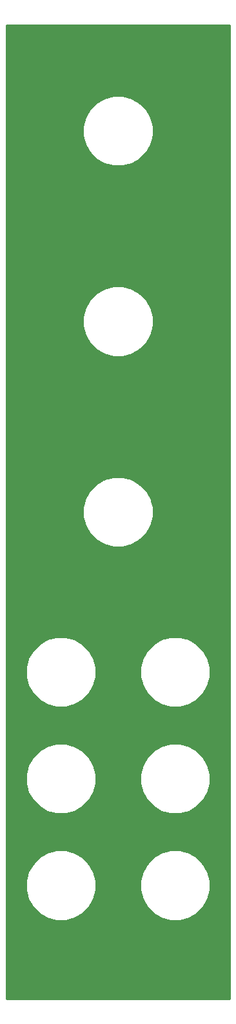
<source format=gtl>
G75*
G70*
%OFA0B0*%
%FSLAX24Y24*%
%IPPOS*%
%LPD*%
%AMOC8*
5,1,8,0,0,1.08239X$1,22.5*
%
%ADD10C,0.0100*%
%ADD11C,0.1660*%
D10*
X000315Y000300D02*
X000315Y050591D01*
X011826Y050591D01*
X011826Y000300D01*
X000315Y000300D01*
X000315Y000347D02*
X011826Y000347D01*
X011826Y000446D02*
X000315Y000446D01*
X000315Y000544D02*
X011826Y000544D01*
X011826Y000643D02*
X000315Y000643D01*
X000315Y000741D02*
X011826Y000741D01*
X011826Y000840D02*
X000315Y000840D01*
X000315Y000938D02*
X011826Y000938D01*
X011826Y001037D02*
X000315Y001037D01*
X000315Y001135D02*
X011826Y001135D01*
X011826Y001234D02*
X000315Y001234D01*
X000315Y001332D02*
X011826Y001332D01*
X011826Y001431D02*
X000315Y001431D01*
X000315Y001529D02*
X011826Y001529D01*
X011826Y001628D02*
X000315Y001628D01*
X000315Y001726D02*
X011826Y001726D01*
X011826Y001825D02*
X000315Y001825D01*
X000315Y001923D02*
X011826Y001923D01*
X011826Y002022D02*
X000315Y002022D01*
X000315Y002120D02*
X011826Y002120D01*
X011826Y002219D02*
X000315Y002219D01*
X000315Y002317D02*
X011826Y002317D01*
X011826Y002416D02*
X000315Y002416D01*
X000315Y002514D02*
X011826Y002514D01*
X011826Y002613D02*
X000315Y002613D01*
X000315Y002711D02*
X011826Y002711D01*
X011826Y002810D02*
X000315Y002810D01*
X000315Y002908D02*
X011826Y002908D01*
X011826Y003007D02*
X000315Y003007D01*
X000315Y003105D02*
X011826Y003105D01*
X011826Y003204D02*
X000315Y003204D01*
X000315Y003302D02*
X011826Y003302D01*
X011826Y003401D02*
X000315Y003401D01*
X000315Y003499D02*
X011826Y003499D01*
X011826Y003598D02*
X000315Y003598D01*
X000315Y003696D02*
X011826Y003696D01*
X011826Y003795D02*
X000315Y003795D01*
X000315Y003893D02*
X011826Y003893D01*
X011826Y003992D02*
X000315Y003992D01*
X000315Y004090D02*
X011826Y004090D01*
X011826Y004189D02*
X000315Y004189D01*
X000315Y004287D02*
X011826Y004287D01*
X011826Y004386D02*
X009468Y004386D01*
X009264Y004331D02*
X009727Y004455D01*
X010143Y004695D01*
X010482Y005034D01*
X010722Y005450D01*
X010847Y005914D01*
X010847Y006394D01*
X010722Y006858D01*
X010482Y007273D01*
X010143Y007613D01*
X009727Y007853D01*
X009264Y007977D01*
X008783Y007977D01*
X008320Y007853D01*
X007904Y007613D01*
X007565Y007273D01*
X007325Y006858D01*
X007200Y006394D01*
X007200Y005914D01*
X007325Y005450D01*
X007565Y005034D01*
X007904Y004695D01*
X008320Y004455D01*
X008783Y004331D01*
X009264Y004331D01*
X009778Y004484D02*
X011826Y004484D01*
X011826Y004583D02*
X009948Y004583D01*
X010119Y004681D02*
X011826Y004681D01*
X011826Y004780D02*
X010228Y004780D01*
X010326Y004878D02*
X011826Y004878D01*
X011826Y004977D02*
X010425Y004977D01*
X010506Y005075D02*
X011826Y005075D01*
X011826Y005174D02*
X010563Y005174D01*
X010620Y005272D02*
X011826Y005272D01*
X011826Y005371D02*
X010676Y005371D01*
X010728Y005469D02*
X011826Y005469D01*
X011826Y005568D02*
X010754Y005568D01*
X010780Y005666D02*
X011826Y005666D01*
X011826Y005765D02*
X010807Y005765D01*
X010833Y005863D02*
X011826Y005863D01*
X011826Y005962D02*
X010847Y005962D01*
X010847Y006060D02*
X011826Y006060D01*
X011826Y006159D02*
X010847Y006159D01*
X010847Y006257D02*
X011826Y006257D01*
X011826Y006356D02*
X010847Y006356D01*
X010831Y006454D02*
X011826Y006454D01*
X011826Y006553D02*
X010804Y006553D01*
X010778Y006651D02*
X011826Y006651D01*
X011826Y006750D02*
X010751Y006750D01*
X010725Y006848D02*
X011826Y006848D01*
X011826Y006947D02*
X010671Y006947D01*
X010614Y007045D02*
X011826Y007045D01*
X011826Y007144D02*
X010557Y007144D01*
X010501Y007242D02*
X011826Y007242D01*
X011826Y007341D02*
X010415Y007341D01*
X010317Y007439D02*
X011826Y007439D01*
X011826Y007538D02*
X010218Y007538D01*
X010103Y007636D02*
X011826Y007636D01*
X011826Y007735D02*
X009932Y007735D01*
X009762Y007833D02*
X011826Y007833D01*
X011826Y007932D02*
X009434Y007932D01*
X009264Y009843D02*
X009727Y009967D01*
X010143Y010207D01*
X010482Y010546D01*
X010722Y010962D01*
X010847Y011426D01*
X010847Y011906D01*
X010722Y012369D01*
X010482Y012785D01*
X010143Y013125D01*
X009727Y013365D01*
X009264Y013489D01*
X008783Y013489D01*
X008320Y013365D01*
X007904Y013125D01*
X007565Y012785D01*
X007325Y012369D01*
X007200Y011906D01*
X007200Y011426D01*
X007325Y010962D01*
X007565Y010546D01*
X007904Y010207D01*
X008320Y009967D01*
X008783Y009843D01*
X009264Y009843D01*
X009484Y009902D02*
X011826Y009902D01*
X011826Y010000D02*
X009785Y010000D01*
X009955Y010099D02*
X011826Y010099D01*
X011826Y010197D02*
X010126Y010197D01*
X010232Y010296D02*
X011826Y010296D01*
X011826Y010394D02*
X010330Y010394D01*
X010429Y010493D02*
X011826Y010493D01*
X011826Y010591D02*
X010508Y010591D01*
X010565Y010690D02*
X011826Y010690D01*
X011826Y010788D02*
X010622Y010788D01*
X010679Y010887D02*
X011826Y010887D01*
X011826Y010985D02*
X010729Y010985D01*
X010755Y011084D02*
X011826Y011084D01*
X011826Y011182D02*
X010781Y011182D01*
X010808Y011281D02*
X011826Y011281D01*
X011826Y011379D02*
X010834Y011379D01*
X010847Y011478D02*
X011826Y011478D01*
X011826Y011576D02*
X010847Y011576D01*
X010847Y011675D02*
X011826Y011675D01*
X011826Y011773D02*
X010847Y011773D01*
X010847Y011872D02*
X011826Y011872D01*
X011826Y011970D02*
X010830Y011970D01*
X010803Y012069D02*
X011826Y012069D01*
X011826Y012167D02*
X010777Y012167D01*
X010750Y012266D02*
X011826Y012266D01*
X011826Y012364D02*
X010724Y012364D01*
X010669Y012463D02*
X011826Y012463D01*
X011826Y012561D02*
X010612Y012561D01*
X010555Y012660D02*
X011826Y012660D01*
X011826Y012758D02*
X010498Y012758D01*
X010411Y012857D02*
X011826Y012857D01*
X011826Y012955D02*
X010313Y012955D01*
X010214Y013054D02*
X011826Y013054D01*
X011826Y013152D02*
X010096Y013152D01*
X009925Y013251D02*
X011826Y013251D01*
X011826Y013349D02*
X009754Y013349D01*
X009418Y013448D02*
X011826Y013448D01*
X011826Y013546D02*
X000315Y013546D01*
X000315Y013448D02*
X002723Y013448D01*
X002878Y013489D02*
X002414Y013365D01*
X001999Y013125D01*
X001659Y012785D01*
X001419Y012369D01*
X001295Y011906D01*
X001295Y011426D01*
X001419Y010962D01*
X001659Y010546D01*
X001999Y010207D01*
X002414Y009967D01*
X002878Y009843D01*
X003358Y009843D01*
X003822Y009967D01*
X004237Y010207D01*
X004577Y010546D01*
X004817Y010962D01*
X004941Y011426D01*
X004941Y011906D01*
X004817Y012369D01*
X004577Y012785D01*
X004237Y013125D01*
X003822Y013365D01*
X003358Y013489D01*
X002878Y013489D01*
X002387Y013349D02*
X000315Y013349D01*
X000315Y013251D02*
X002216Y013251D01*
X002046Y013152D02*
X000315Y013152D01*
X000315Y013054D02*
X001927Y013054D01*
X001829Y012955D02*
X000315Y012955D01*
X000315Y012857D02*
X001730Y012857D01*
X001643Y012758D02*
X000315Y012758D01*
X000315Y012660D02*
X001586Y012660D01*
X001530Y012561D02*
X000315Y012561D01*
X000315Y012463D02*
X001473Y012463D01*
X001418Y012364D02*
X000315Y012364D01*
X000315Y012266D02*
X001391Y012266D01*
X001365Y012167D02*
X000315Y012167D01*
X000315Y012069D02*
X001338Y012069D01*
X001312Y011970D02*
X000315Y011970D01*
X000315Y011872D02*
X001295Y011872D01*
X001295Y011773D02*
X000315Y011773D01*
X000315Y011675D02*
X001295Y011675D01*
X001295Y011576D02*
X000315Y011576D01*
X000315Y011478D02*
X001295Y011478D01*
X001307Y011379D02*
X000315Y011379D01*
X000315Y011281D02*
X001334Y011281D01*
X001360Y011182D02*
X000315Y011182D01*
X000315Y011084D02*
X001386Y011084D01*
X001413Y010985D02*
X000315Y010985D01*
X000315Y010887D02*
X001463Y010887D01*
X001519Y010788D02*
X000315Y010788D01*
X000315Y010690D02*
X001576Y010690D01*
X001633Y010591D02*
X000315Y010591D01*
X000315Y010493D02*
X001713Y010493D01*
X001811Y010394D02*
X000315Y010394D01*
X000315Y010296D02*
X001910Y010296D01*
X002015Y010197D02*
X000315Y010197D01*
X000315Y010099D02*
X002186Y010099D01*
X002357Y010000D02*
X000315Y010000D01*
X000315Y009902D02*
X002658Y009902D01*
X002878Y007977D02*
X002414Y007853D01*
X001999Y007613D01*
X001659Y007273D01*
X001419Y006858D01*
X001295Y006394D01*
X001295Y005914D01*
X001419Y005450D01*
X001659Y005034D01*
X001999Y004695D01*
X002414Y004455D01*
X002878Y004331D01*
X003358Y004331D01*
X003822Y004455D01*
X004237Y004695D01*
X004577Y005034D01*
X004817Y005450D01*
X004941Y005914D01*
X004941Y006394D01*
X004817Y006858D01*
X004577Y007273D01*
X004237Y007613D01*
X003822Y007853D01*
X003358Y007977D01*
X002878Y007977D01*
X002708Y007932D02*
X000315Y007932D01*
X000315Y008030D02*
X011826Y008030D01*
X011826Y008129D02*
X000315Y008129D01*
X000315Y008227D02*
X011826Y008227D01*
X011826Y008326D02*
X000315Y008326D01*
X000315Y008424D02*
X011826Y008424D01*
X011826Y008523D02*
X000315Y008523D01*
X000315Y008621D02*
X011826Y008621D01*
X011826Y008720D02*
X000315Y008720D01*
X000315Y008818D02*
X011826Y008818D01*
X011826Y008917D02*
X000315Y008917D01*
X000315Y009015D02*
X011826Y009015D01*
X011826Y009114D02*
X000315Y009114D01*
X000315Y009212D02*
X011826Y009212D01*
X011826Y009311D02*
X000315Y009311D01*
X000315Y009409D02*
X011826Y009409D01*
X011826Y009508D02*
X000315Y009508D01*
X000315Y009606D02*
X011826Y009606D01*
X011826Y009705D02*
X000315Y009705D01*
X000315Y009803D02*
X011826Y009803D01*
X011826Y013645D02*
X000315Y013645D01*
X000315Y013743D02*
X011826Y013743D01*
X011826Y013842D02*
X000315Y013842D01*
X000315Y013940D02*
X011826Y013940D01*
X011826Y014039D02*
X000315Y014039D01*
X000315Y014137D02*
X011826Y014137D01*
X011826Y014236D02*
X000315Y014236D01*
X000315Y014334D02*
X011826Y014334D01*
X011826Y014433D02*
X000315Y014433D01*
X000315Y014531D02*
X011826Y014531D01*
X011826Y014630D02*
X000315Y014630D01*
X000315Y014728D02*
X011826Y014728D01*
X011826Y014827D02*
X000315Y014827D01*
X000315Y014925D02*
X011826Y014925D01*
X011826Y015024D02*
X000315Y015024D01*
X000315Y015122D02*
X011826Y015122D01*
X011826Y015221D02*
X000315Y015221D01*
X000315Y015319D02*
X011826Y015319D01*
X011826Y015418D02*
X009499Y015418D01*
X009727Y015479D02*
X009264Y015354D01*
X008783Y015354D01*
X008320Y015479D01*
X007904Y015719D01*
X007565Y016058D01*
X007325Y016474D01*
X007200Y016938D01*
X007200Y017418D01*
X007325Y017881D01*
X007565Y018297D01*
X007904Y018637D01*
X008320Y018877D01*
X008783Y019001D01*
X009264Y019001D01*
X009727Y018877D01*
X010143Y018637D01*
X010482Y018297D01*
X010722Y017881D01*
X010847Y017418D01*
X010847Y016938D01*
X010722Y016474D01*
X010482Y016058D01*
X010143Y015719D01*
X009727Y015479D01*
X009792Y015516D02*
X011826Y015516D01*
X011826Y015615D02*
X009963Y015615D01*
X010133Y015713D02*
X011826Y015713D01*
X011826Y015812D02*
X010236Y015812D01*
X010334Y015910D02*
X011826Y015910D01*
X011826Y016009D02*
X010433Y016009D01*
X010511Y016107D02*
X011826Y016107D01*
X011826Y016206D02*
X010568Y016206D01*
X010624Y016304D02*
X011826Y016304D01*
X011826Y016403D02*
X010681Y016403D01*
X010730Y016501D02*
X011826Y016501D01*
X011826Y016600D02*
X010756Y016600D01*
X010783Y016698D02*
X011826Y016698D01*
X011826Y016797D02*
X010809Y016797D01*
X010835Y016895D02*
X011826Y016895D01*
X011826Y016994D02*
X010847Y016994D01*
X010847Y017092D02*
X011826Y017092D01*
X011826Y017191D02*
X010847Y017191D01*
X010847Y017289D02*
X011826Y017289D01*
X011826Y017388D02*
X010847Y017388D01*
X010828Y017486D02*
X011826Y017486D01*
X011826Y017585D02*
X010802Y017585D01*
X010776Y017683D02*
X011826Y017683D01*
X011826Y017782D02*
X010749Y017782D01*
X010723Y017880D02*
X011826Y017880D01*
X011826Y017979D02*
X010666Y017979D01*
X010609Y018077D02*
X011826Y018077D01*
X011826Y018176D02*
X010553Y018176D01*
X010496Y018274D02*
X011826Y018274D01*
X011826Y018373D02*
X010407Y018373D01*
X010308Y018471D02*
X011826Y018471D01*
X011826Y018570D02*
X010210Y018570D01*
X010088Y018668D02*
X011826Y018668D01*
X011826Y018767D02*
X009918Y018767D01*
X009747Y018865D02*
X011826Y018865D01*
X011826Y018964D02*
X009403Y018964D01*
X008645Y018964D02*
X003497Y018964D01*
X003358Y019001D02*
X002878Y019001D01*
X002414Y018877D01*
X001999Y018637D01*
X001659Y018297D01*
X001419Y017881D01*
X001295Y017418D01*
X001295Y016938D01*
X001419Y016474D01*
X001659Y016058D01*
X001999Y015719D01*
X002414Y015479D01*
X002878Y015354D01*
X003358Y015354D01*
X003822Y015479D01*
X004237Y015719D01*
X004577Y016058D01*
X004817Y016474D01*
X004941Y016938D01*
X004941Y017418D01*
X004817Y017881D01*
X004577Y018297D01*
X004237Y018637D01*
X003822Y018877D01*
X003358Y019001D01*
X003842Y018865D02*
X008300Y018865D01*
X008129Y018767D02*
X004012Y018767D01*
X004183Y018668D02*
X007959Y018668D01*
X007837Y018570D02*
X004304Y018570D01*
X004403Y018471D02*
X007739Y018471D01*
X007640Y018373D02*
X004501Y018373D01*
X004590Y018274D02*
X007551Y018274D01*
X007494Y018176D02*
X004647Y018176D01*
X004704Y018077D02*
X007438Y018077D01*
X007381Y017979D02*
X004761Y017979D01*
X004817Y017880D02*
X007324Y017880D01*
X007298Y017782D02*
X004844Y017782D01*
X004870Y017683D02*
X007271Y017683D01*
X007245Y017585D02*
X004896Y017585D01*
X004923Y017486D02*
X007219Y017486D01*
X007200Y017388D02*
X004941Y017388D01*
X004941Y017289D02*
X007200Y017289D01*
X007200Y017191D02*
X004941Y017191D01*
X004941Y017092D02*
X007200Y017092D01*
X007200Y016994D02*
X004941Y016994D01*
X004930Y016895D02*
X007212Y016895D01*
X007238Y016797D02*
X004903Y016797D01*
X004877Y016698D02*
X007264Y016698D01*
X007291Y016600D02*
X004851Y016600D01*
X004824Y016501D02*
X007317Y016501D01*
X007366Y016403D02*
X004776Y016403D01*
X004719Y016304D02*
X007423Y016304D01*
X007479Y016206D02*
X004662Y016206D01*
X004605Y016107D02*
X007536Y016107D01*
X007614Y016009D02*
X004527Y016009D01*
X004429Y015910D02*
X007713Y015910D01*
X007811Y015812D02*
X004330Y015812D01*
X004228Y015713D02*
X007914Y015713D01*
X008084Y015615D02*
X004057Y015615D01*
X003887Y015516D02*
X008255Y015516D01*
X008548Y015418D02*
X003594Y015418D01*
X003513Y013448D02*
X008629Y013448D01*
X008293Y013349D02*
X003849Y013349D01*
X004020Y013251D02*
X008122Y013251D01*
X007951Y013152D02*
X004190Y013152D01*
X004309Y013054D02*
X007833Y013054D01*
X007734Y012955D02*
X004407Y012955D01*
X004506Y012857D02*
X007636Y012857D01*
X007549Y012758D02*
X004593Y012758D01*
X004650Y012660D02*
X007492Y012660D01*
X007435Y012561D02*
X004706Y012561D01*
X004763Y012463D02*
X007378Y012463D01*
X007323Y012364D02*
X004818Y012364D01*
X004845Y012266D02*
X007297Y012266D01*
X007270Y012167D02*
X004871Y012167D01*
X004898Y012069D02*
X007244Y012069D01*
X007218Y011970D02*
X004924Y011970D01*
X004941Y011872D02*
X007200Y011872D01*
X007200Y011773D02*
X004941Y011773D01*
X004941Y011675D02*
X007200Y011675D01*
X007200Y011576D02*
X004941Y011576D01*
X004941Y011478D02*
X007200Y011478D01*
X007213Y011379D02*
X004929Y011379D01*
X004902Y011281D02*
X007239Y011281D01*
X007266Y011182D02*
X004876Y011182D01*
X004850Y011084D02*
X007292Y011084D01*
X007318Y010985D02*
X004823Y010985D01*
X004773Y010887D02*
X007368Y010887D01*
X007425Y010788D02*
X004717Y010788D01*
X004660Y010690D02*
X007482Y010690D01*
X007539Y010591D02*
X004603Y010591D01*
X004523Y010493D02*
X007618Y010493D01*
X007717Y010394D02*
X004425Y010394D01*
X004326Y010296D02*
X007815Y010296D01*
X007921Y010197D02*
X004221Y010197D01*
X004050Y010099D02*
X008092Y010099D01*
X008262Y010000D02*
X003879Y010000D01*
X003578Y009902D02*
X008563Y009902D01*
X008613Y007932D02*
X003528Y007932D01*
X003856Y007833D02*
X008285Y007833D01*
X008115Y007735D02*
X004027Y007735D01*
X004197Y007636D02*
X007944Y007636D01*
X007829Y007538D02*
X004313Y007538D01*
X004411Y007439D02*
X007730Y007439D01*
X007632Y007341D02*
X004510Y007341D01*
X004595Y007242D02*
X007546Y007242D01*
X007490Y007144D02*
X004652Y007144D01*
X004709Y007045D02*
X007433Y007045D01*
X007376Y006947D02*
X004766Y006947D01*
X004820Y006848D02*
X007322Y006848D01*
X007296Y006750D02*
X004846Y006750D01*
X004872Y006651D02*
X007269Y006651D01*
X007243Y006553D02*
X004899Y006553D01*
X004925Y006454D02*
X007216Y006454D01*
X007200Y006356D02*
X004941Y006356D01*
X004941Y006257D02*
X007200Y006257D01*
X007200Y006159D02*
X004941Y006159D01*
X004941Y006060D02*
X007200Y006060D01*
X007200Y005962D02*
X004941Y005962D01*
X004928Y005863D02*
X007214Y005863D01*
X007240Y005765D02*
X004901Y005765D01*
X004875Y005666D02*
X007267Y005666D01*
X007293Y005568D02*
X004848Y005568D01*
X004822Y005469D02*
X007319Y005469D01*
X007371Y005371D02*
X004771Y005371D01*
X004714Y005272D02*
X007427Y005272D01*
X007484Y005174D02*
X004657Y005174D01*
X004600Y005075D02*
X007541Y005075D01*
X007623Y004977D02*
X004519Y004977D01*
X004421Y004878D02*
X007721Y004878D01*
X007820Y004780D02*
X004322Y004780D01*
X004213Y004681D02*
X007928Y004681D01*
X008099Y004583D02*
X004043Y004583D01*
X003872Y004484D02*
X008269Y004484D01*
X008579Y004386D02*
X003563Y004386D01*
X002673Y004386D02*
X000315Y004386D01*
X000315Y004484D02*
X002364Y004484D01*
X002193Y004583D02*
X000315Y004583D01*
X000315Y004681D02*
X002023Y004681D01*
X001914Y004780D02*
X000315Y004780D01*
X000315Y004878D02*
X001815Y004878D01*
X001717Y004977D02*
X000315Y004977D01*
X000315Y005075D02*
X001636Y005075D01*
X001579Y005174D02*
X000315Y005174D01*
X000315Y005272D02*
X001522Y005272D01*
X001465Y005371D02*
X000315Y005371D01*
X000315Y005469D02*
X001414Y005469D01*
X001388Y005568D02*
X000315Y005568D01*
X000315Y005666D02*
X001361Y005666D01*
X001335Y005765D02*
X000315Y005765D01*
X000315Y005863D02*
X001308Y005863D01*
X001295Y005962D02*
X000315Y005962D01*
X000315Y006060D02*
X001295Y006060D01*
X001295Y006159D02*
X000315Y006159D01*
X000315Y006257D02*
X001295Y006257D01*
X001295Y006356D02*
X000315Y006356D01*
X000315Y006454D02*
X001311Y006454D01*
X001337Y006553D02*
X000315Y006553D01*
X000315Y006651D02*
X001364Y006651D01*
X001390Y006750D02*
X000315Y006750D01*
X000315Y006848D02*
X001416Y006848D01*
X001470Y006947D02*
X000315Y006947D01*
X000315Y007045D02*
X001527Y007045D01*
X001584Y007144D02*
X000315Y007144D01*
X000315Y007242D02*
X001641Y007242D01*
X001726Y007341D02*
X000315Y007341D01*
X000315Y007439D02*
X001825Y007439D01*
X001923Y007538D02*
X000315Y007538D01*
X000315Y007636D02*
X002039Y007636D01*
X002209Y007735D02*
X000315Y007735D01*
X000315Y007833D02*
X002380Y007833D01*
X002642Y015418D02*
X000315Y015418D01*
X000315Y015516D02*
X002349Y015516D01*
X002179Y015615D02*
X000315Y015615D01*
X000315Y015713D02*
X002008Y015713D01*
X001906Y015812D02*
X000315Y015812D01*
X000315Y015910D02*
X001807Y015910D01*
X001709Y016009D02*
X000315Y016009D01*
X000315Y016107D02*
X001631Y016107D01*
X001574Y016206D02*
X000315Y016206D01*
X000315Y016304D02*
X001517Y016304D01*
X001460Y016403D02*
X000315Y016403D01*
X000315Y016501D02*
X001412Y016501D01*
X001385Y016600D02*
X000315Y016600D01*
X000315Y016698D02*
X001359Y016698D01*
X001333Y016797D02*
X000315Y016797D01*
X000315Y016895D02*
X001306Y016895D01*
X001295Y016994D02*
X000315Y016994D01*
X000315Y017092D02*
X001295Y017092D01*
X001295Y017191D02*
X000315Y017191D01*
X000315Y017289D02*
X001295Y017289D01*
X001295Y017388D02*
X000315Y017388D01*
X000315Y017486D02*
X001313Y017486D01*
X001340Y017585D02*
X000315Y017585D01*
X000315Y017683D02*
X001366Y017683D01*
X001392Y017782D02*
X000315Y017782D01*
X000315Y017880D02*
X001419Y017880D01*
X001475Y017979D02*
X000315Y017979D01*
X000315Y018077D02*
X001532Y018077D01*
X001589Y018176D02*
X000315Y018176D01*
X000315Y018274D02*
X001646Y018274D01*
X001735Y018373D02*
X000315Y018373D01*
X000315Y018471D02*
X001833Y018471D01*
X001932Y018570D02*
X000315Y018570D01*
X000315Y018668D02*
X002053Y018668D01*
X002224Y018767D02*
X000315Y018767D01*
X000315Y018865D02*
X002394Y018865D01*
X002739Y018964D02*
X000315Y018964D01*
X000315Y019062D02*
X011826Y019062D01*
X011826Y019161D02*
X000315Y019161D01*
X000315Y019259D02*
X011826Y019259D01*
X011826Y019358D02*
X000315Y019358D01*
X000315Y019456D02*
X011826Y019456D01*
X011826Y019555D02*
X000315Y019555D01*
X000315Y019653D02*
X011826Y019653D01*
X011826Y019752D02*
X000315Y019752D01*
X000315Y019850D02*
X011826Y019850D01*
X011826Y019949D02*
X000315Y019949D01*
X000315Y020047D02*
X011826Y020047D01*
X011826Y020146D02*
X000315Y020146D01*
X000315Y020244D02*
X011826Y020244D01*
X011826Y020343D02*
X000315Y020343D01*
X000315Y020441D02*
X011826Y020441D01*
X011826Y020540D02*
X000315Y020540D01*
X000315Y020638D02*
X011826Y020638D01*
X011826Y020737D02*
X000315Y020737D01*
X000315Y020835D02*
X011826Y020835D01*
X011826Y020934D02*
X000315Y020934D01*
X000315Y021032D02*
X011826Y021032D01*
X011826Y021131D02*
X000315Y021131D01*
X000315Y021229D02*
X011826Y021229D01*
X011826Y021328D02*
X000315Y021328D01*
X000315Y021426D02*
X011826Y021426D01*
X011826Y021525D02*
X000315Y021525D01*
X000315Y021623D02*
X011826Y021623D01*
X011826Y021722D02*
X000315Y021722D01*
X000315Y021820D02*
X011826Y021820D01*
X011826Y021919D02*
X000315Y021919D01*
X000315Y022017D02*
X011826Y022017D01*
X011826Y022116D02*
X000315Y022116D01*
X000315Y022214D02*
X011826Y022214D01*
X011826Y022313D02*
X000315Y022313D01*
X000315Y022411D02*
X011826Y022411D01*
X011826Y022510D02*
X000315Y022510D01*
X000315Y022608D02*
X011826Y022608D01*
X011826Y022707D02*
X000315Y022707D01*
X000315Y022805D02*
X011826Y022805D01*
X011826Y022904D02*
X000315Y022904D01*
X000315Y023002D02*
X011826Y023002D01*
X011826Y023101D02*
X000315Y023101D01*
X000315Y023199D02*
X011826Y023199D01*
X011826Y023298D02*
X000315Y023298D01*
X000315Y023396D02*
X011826Y023396D01*
X011826Y023495D02*
X000315Y023495D01*
X000315Y023593D02*
X011826Y023593D01*
X011826Y023692D02*
X006570Y023692D01*
X006775Y023746D02*
X007190Y023986D01*
X007530Y024326D01*
X007770Y024742D01*
X007894Y025205D01*
X007894Y025685D01*
X007770Y026149D01*
X007530Y026565D01*
X007190Y026904D01*
X006775Y027144D01*
X006311Y027269D01*
X005831Y027269D01*
X005367Y027144D01*
X004951Y026904D01*
X004612Y026565D01*
X004372Y026149D01*
X004248Y025685D01*
X004248Y025205D01*
X004372Y024742D01*
X004612Y024326D01*
X004951Y023986D01*
X005367Y023746D01*
X005831Y023622D01*
X006311Y023622D01*
X006775Y023746D01*
X006850Y023790D02*
X011826Y023790D01*
X011826Y023889D02*
X007021Y023889D01*
X007191Y023987D02*
X011826Y023987D01*
X011826Y024086D02*
X007289Y024086D01*
X007388Y024184D02*
X011826Y024184D01*
X011826Y024283D02*
X007486Y024283D01*
X007562Y024381D02*
X011826Y024381D01*
X011826Y024480D02*
X007618Y024480D01*
X007675Y024578D02*
X011826Y024578D01*
X011826Y024677D02*
X007732Y024677D01*
X007779Y024775D02*
X011826Y024775D01*
X011826Y024874D02*
X007805Y024874D01*
X007832Y024972D02*
X011826Y024972D01*
X011826Y025071D02*
X007858Y025071D01*
X007884Y025169D02*
X011826Y025169D01*
X011826Y025268D02*
X007894Y025268D01*
X007894Y025366D02*
X011826Y025366D01*
X011826Y025465D02*
X007894Y025465D01*
X007894Y025563D02*
X011826Y025563D01*
X011826Y025662D02*
X007894Y025662D01*
X007874Y025760D02*
X011826Y025760D01*
X011826Y025859D02*
X007848Y025859D01*
X007821Y025957D02*
X011826Y025957D01*
X011826Y026056D02*
X007795Y026056D01*
X007767Y026154D02*
X011826Y026154D01*
X011826Y026253D02*
X007710Y026253D01*
X007653Y026351D02*
X011826Y026351D01*
X011826Y026450D02*
X007596Y026450D01*
X007539Y026548D02*
X011826Y026548D01*
X011826Y026647D02*
X007448Y026647D01*
X007349Y026745D02*
X011826Y026745D01*
X011826Y026844D02*
X007251Y026844D01*
X007125Y026942D02*
X011826Y026942D01*
X011826Y027041D02*
X006954Y027041D01*
X006783Y027139D02*
X011826Y027139D01*
X011826Y027238D02*
X006426Y027238D01*
X005715Y027238D02*
X000315Y027238D01*
X000315Y027336D02*
X011826Y027336D01*
X011826Y027435D02*
X000315Y027435D01*
X000315Y027533D02*
X011826Y027533D01*
X011826Y027632D02*
X000315Y027632D01*
X000315Y027730D02*
X011826Y027730D01*
X011826Y027829D02*
X000315Y027829D01*
X000315Y027927D02*
X011826Y027927D01*
X011826Y028026D02*
X000315Y028026D01*
X000315Y028124D02*
X011826Y028124D01*
X011826Y028223D02*
X000315Y028223D01*
X000315Y028321D02*
X011826Y028321D01*
X011826Y028420D02*
X000315Y028420D01*
X000315Y028518D02*
X011826Y028518D01*
X011826Y028617D02*
X000315Y028617D01*
X000315Y028715D02*
X011826Y028715D01*
X011826Y028814D02*
X000315Y028814D01*
X000315Y028912D02*
X011826Y028912D01*
X011826Y029011D02*
X000315Y029011D01*
X000315Y029109D02*
X011826Y029109D01*
X011826Y029208D02*
X000315Y029208D01*
X000315Y029306D02*
X011826Y029306D01*
X011826Y029405D02*
X000315Y029405D01*
X000315Y029503D02*
X011826Y029503D01*
X011826Y029602D02*
X000315Y029602D01*
X000315Y029700D02*
X011826Y029700D01*
X011826Y029799D02*
X000315Y029799D01*
X000315Y029897D02*
X011826Y029897D01*
X011826Y029996D02*
X000315Y029996D01*
X000315Y030094D02*
X011826Y030094D01*
X011826Y030193D02*
X000315Y030193D01*
X000315Y030291D02*
X011826Y030291D01*
X011826Y030390D02*
X000315Y030390D01*
X000315Y030488D02*
X011826Y030488D01*
X011826Y030587D02*
X000315Y030587D01*
X000315Y030685D02*
X011826Y030685D01*
X011826Y030784D02*
X000315Y030784D01*
X000315Y030882D02*
X011826Y030882D01*
X011826Y030981D02*
X000315Y030981D01*
X000315Y031079D02*
X011826Y031079D01*
X011826Y031178D02*
X000315Y031178D01*
X000315Y031276D02*
X011826Y031276D01*
X011826Y031375D02*
X000315Y031375D01*
X000315Y031473D02*
X011826Y031473D01*
X011826Y031572D02*
X000315Y031572D01*
X000315Y031670D02*
X011826Y031670D01*
X011826Y031769D02*
X000315Y031769D01*
X000315Y031867D02*
X011826Y031867D01*
X011826Y031966D02*
X000315Y031966D01*
X000315Y032064D02*
X011826Y032064D01*
X011826Y032163D02*
X000315Y032163D01*
X000315Y032261D02*
X011826Y032261D01*
X011826Y032360D02*
X000315Y032360D01*
X000315Y032458D02*
X011826Y032458D01*
X011826Y032557D02*
X000315Y032557D01*
X000315Y032655D02*
X011826Y032655D01*
X011826Y032754D02*
X000315Y032754D01*
X000315Y032852D02*
X011826Y032852D01*
X011826Y032951D02*
X000315Y032951D01*
X000315Y033049D02*
X011826Y033049D01*
X011826Y033148D02*
X000315Y033148D01*
X000315Y033246D02*
X011826Y033246D01*
X011826Y033345D02*
X000315Y033345D01*
X000315Y033443D02*
X011826Y033443D01*
X011826Y033542D02*
X006598Y033542D01*
X006775Y033589D02*
X007190Y033829D01*
X007530Y034168D01*
X007770Y034584D01*
X007894Y035048D01*
X007894Y035528D01*
X007770Y035992D01*
X007530Y036407D01*
X007190Y036747D01*
X006775Y036987D01*
X006311Y037111D01*
X005831Y037111D01*
X005367Y036987D01*
X004951Y036747D01*
X004612Y036407D01*
X004372Y035992D01*
X004248Y035528D01*
X004248Y035048D01*
X004372Y034584D01*
X004612Y034168D01*
X004951Y033829D01*
X005367Y033589D01*
X005831Y033465D01*
X006311Y033465D01*
X006775Y033589D01*
X006863Y033640D02*
X011826Y033640D01*
X011826Y033739D02*
X007034Y033739D01*
X007198Y033837D02*
X011826Y033837D01*
X011826Y033936D02*
X007297Y033936D01*
X007395Y034034D02*
X011826Y034034D01*
X011826Y034133D02*
X007494Y034133D01*
X007566Y034231D02*
X011826Y034231D01*
X011826Y034330D02*
X007623Y034330D01*
X007680Y034428D02*
X011826Y034428D01*
X011826Y034527D02*
X007737Y034527D01*
X007781Y034625D02*
X011826Y034625D01*
X011826Y034724D02*
X007807Y034724D01*
X007834Y034822D02*
X011826Y034822D01*
X011826Y034921D02*
X007860Y034921D01*
X007886Y035019D02*
X011826Y035019D01*
X011826Y035118D02*
X007894Y035118D01*
X007894Y035216D02*
X011826Y035216D01*
X011826Y035315D02*
X007894Y035315D01*
X007894Y035413D02*
X011826Y035413D01*
X011826Y035512D02*
X007894Y035512D01*
X007872Y035610D02*
X011826Y035610D01*
X011826Y035709D02*
X007846Y035709D01*
X007819Y035807D02*
X011826Y035807D01*
X011826Y035906D02*
X007793Y035906D01*
X007762Y036004D02*
X011826Y036004D01*
X011826Y036103D02*
X007706Y036103D01*
X007649Y036201D02*
X011826Y036201D01*
X011826Y036300D02*
X007592Y036300D01*
X007535Y036398D02*
X011826Y036398D01*
X011826Y036497D02*
X007440Y036497D01*
X007342Y036595D02*
X011826Y036595D01*
X011826Y036694D02*
X007243Y036694D01*
X007112Y036792D02*
X011826Y036792D01*
X011826Y036891D02*
X006941Y036891D01*
X006766Y036989D02*
X011826Y036989D01*
X011826Y037088D02*
X006398Y037088D01*
X005743Y037088D02*
X000315Y037088D01*
X000315Y037186D02*
X011826Y037186D01*
X011826Y037285D02*
X000315Y037285D01*
X000315Y037383D02*
X011826Y037383D01*
X011826Y037482D02*
X000315Y037482D01*
X000315Y037580D02*
X011826Y037580D01*
X011826Y037679D02*
X000315Y037679D01*
X000315Y037777D02*
X011826Y037777D01*
X011826Y037876D02*
X000315Y037876D01*
X000315Y037974D02*
X011826Y037974D01*
X011826Y038073D02*
X000315Y038073D01*
X000315Y038171D02*
X011826Y038171D01*
X011826Y038270D02*
X000315Y038270D01*
X000315Y038368D02*
X011826Y038368D01*
X011826Y038467D02*
X000315Y038467D01*
X000315Y038565D02*
X011826Y038565D01*
X011826Y038664D02*
X000315Y038664D01*
X000315Y038762D02*
X011826Y038762D01*
X011826Y038861D02*
X000315Y038861D01*
X000315Y038959D02*
X011826Y038959D01*
X011826Y039058D02*
X000315Y039058D01*
X000315Y039156D02*
X011826Y039156D01*
X011826Y039255D02*
X000315Y039255D01*
X000315Y039353D02*
X011826Y039353D01*
X011826Y039452D02*
X000315Y039452D01*
X000315Y039550D02*
X011826Y039550D01*
X011826Y039649D02*
X000315Y039649D01*
X000315Y039747D02*
X011826Y039747D01*
X011826Y039846D02*
X000315Y039846D01*
X000315Y039944D02*
X011826Y039944D01*
X011826Y040043D02*
X000315Y040043D01*
X000315Y040141D02*
X011826Y040141D01*
X011826Y040240D02*
X000315Y040240D01*
X000315Y040338D02*
X011826Y040338D01*
X011826Y040437D02*
X000315Y040437D01*
X000315Y040535D02*
X011826Y040535D01*
X011826Y040634D02*
X000315Y040634D01*
X000315Y040732D02*
X011826Y040732D01*
X011826Y040831D02*
X000315Y040831D01*
X000315Y040929D02*
X011826Y040929D01*
X011826Y041028D02*
X000315Y041028D01*
X000315Y041126D02*
X011826Y041126D01*
X011826Y041225D02*
X000315Y041225D01*
X000315Y041323D02*
X011826Y041323D01*
X011826Y041422D02*
X000315Y041422D01*
X000315Y041520D02*
X011826Y041520D01*
X011826Y041619D02*
X000315Y041619D01*
X000315Y041717D02*
X011826Y041717D01*
X011826Y041816D02*
X000315Y041816D01*
X000315Y041914D02*
X011826Y041914D01*
X011826Y042013D02*
X000315Y042013D01*
X000315Y042111D02*
X011826Y042111D01*
X011826Y042210D02*
X000315Y042210D01*
X000315Y042308D02*
X011826Y042308D01*
X011826Y042407D02*
X000315Y042407D01*
X000315Y042505D02*
X011826Y042505D01*
X011826Y042604D02*
X000315Y042604D01*
X000315Y042702D02*
X011826Y042702D01*
X011826Y042801D02*
X000315Y042801D01*
X000315Y042899D02*
X011826Y042899D01*
X011826Y042998D02*
X000315Y042998D01*
X000315Y043096D02*
X011826Y043096D01*
X011826Y043195D02*
X000315Y043195D01*
X000315Y043293D02*
X011826Y043293D01*
X011826Y043392D02*
X006626Y043392D01*
X006775Y043431D02*
X007190Y043671D01*
X007530Y044011D01*
X007770Y044427D01*
X007894Y044890D01*
X007894Y045370D01*
X007770Y045834D01*
X007530Y046250D01*
X007190Y046589D01*
X006775Y046829D01*
X006311Y046954D01*
X005831Y046954D01*
X005367Y046829D01*
X004951Y046589D01*
X004612Y046250D01*
X004372Y045834D01*
X004248Y045370D01*
X004248Y044890D01*
X004372Y044427D01*
X004612Y044011D01*
X004951Y043671D01*
X005367Y043431D01*
X005831Y043307D01*
X006311Y043307D01*
X006775Y043431D01*
X006876Y043490D02*
X011826Y043490D01*
X011826Y043589D02*
X007047Y043589D01*
X007206Y043687D02*
X011826Y043687D01*
X011826Y043786D02*
X007304Y043786D01*
X007403Y043884D02*
X011826Y043884D01*
X011826Y043983D02*
X007501Y043983D01*
X007570Y044081D02*
X011826Y044081D01*
X011826Y044180D02*
X007627Y044180D01*
X007684Y044278D02*
X011826Y044278D01*
X011826Y044377D02*
X007741Y044377D01*
X007783Y044475D02*
X011826Y044475D01*
X011826Y044574D02*
X007809Y044574D01*
X007836Y044672D02*
X011826Y044672D01*
X011826Y044771D02*
X007862Y044771D01*
X007888Y044869D02*
X011826Y044869D01*
X011826Y044968D02*
X007894Y044968D01*
X007894Y045066D02*
X011826Y045066D01*
X011826Y045165D02*
X007894Y045165D01*
X007894Y045263D02*
X011826Y045263D01*
X011826Y045362D02*
X007894Y045362D01*
X007870Y045460D02*
X011826Y045460D01*
X011826Y045559D02*
X007844Y045559D01*
X007817Y045657D02*
X011826Y045657D01*
X011826Y045756D02*
X007791Y045756D01*
X007758Y045854D02*
X011826Y045854D01*
X011826Y045953D02*
X007701Y045953D01*
X007644Y046051D02*
X011826Y046051D01*
X011826Y046150D02*
X007588Y046150D01*
X007531Y046248D02*
X011826Y046248D01*
X011826Y046347D02*
X007433Y046347D01*
X007334Y046445D02*
X011826Y046445D01*
X011826Y046544D02*
X007236Y046544D01*
X007099Y046642D02*
X011826Y046642D01*
X011826Y046741D02*
X006928Y046741D01*
X006738Y046839D02*
X011826Y046839D01*
X011826Y046938D02*
X006370Y046938D01*
X005771Y046938D02*
X000315Y046938D01*
X000315Y047036D02*
X011826Y047036D01*
X011826Y047135D02*
X000315Y047135D01*
X000315Y047233D02*
X011826Y047233D01*
X011826Y047332D02*
X000315Y047332D01*
X000315Y047430D02*
X011826Y047430D01*
X011826Y047529D02*
X000315Y047529D01*
X000315Y047627D02*
X011826Y047627D01*
X011826Y047726D02*
X000315Y047726D01*
X000315Y047824D02*
X011826Y047824D01*
X011826Y047923D02*
X000315Y047923D01*
X000315Y048021D02*
X011826Y048021D01*
X011826Y048120D02*
X000315Y048120D01*
X000315Y048218D02*
X011826Y048218D01*
X011826Y048317D02*
X000315Y048317D01*
X000315Y048415D02*
X011826Y048415D01*
X011826Y048514D02*
X000315Y048514D01*
X000315Y048612D02*
X011826Y048612D01*
X011826Y048711D02*
X000315Y048711D01*
X000315Y048809D02*
X011826Y048809D01*
X011826Y048908D02*
X000315Y048908D01*
X000315Y049006D02*
X011826Y049006D01*
X011826Y049105D02*
X000315Y049105D01*
X000315Y049203D02*
X011826Y049203D01*
X011826Y049302D02*
X000315Y049302D01*
X000315Y049400D02*
X011826Y049400D01*
X011826Y049499D02*
X000315Y049499D01*
X000315Y049597D02*
X011826Y049597D01*
X011826Y049696D02*
X000315Y049696D01*
X000315Y049794D02*
X011826Y049794D01*
X011826Y049893D02*
X000315Y049893D01*
X000315Y049991D02*
X011826Y049991D01*
X011826Y050090D02*
X000315Y050090D01*
X000315Y050188D02*
X011826Y050188D01*
X011826Y050287D02*
X000315Y050287D01*
X000315Y050385D02*
X011826Y050385D01*
X011826Y050484D02*
X000315Y050484D01*
X000315Y050582D02*
X011826Y050582D01*
X005515Y043392D02*
X000315Y043392D01*
X000315Y043490D02*
X005265Y043490D01*
X005095Y043589D02*
X000315Y043589D01*
X000315Y043687D02*
X004936Y043687D01*
X004837Y043786D02*
X000315Y043786D01*
X000315Y043884D02*
X004739Y043884D01*
X004640Y043983D02*
X000315Y043983D01*
X000315Y044081D02*
X004571Y044081D01*
X004514Y044180D02*
X000315Y044180D01*
X000315Y044278D02*
X004458Y044278D01*
X004401Y044377D02*
X000315Y044377D01*
X000315Y044475D02*
X004359Y044475D01*
X004332Y044574D02*
X000315Y044574D01*
X000315Y044672D02*
X004306Y044672D01*
X004280Y044771D02*
X000315Y044771D01*
X000315Y044869D02*
X004253Y044869D01*
X004248Y044968D02*
X000315Y044968D01*
X000315Y045066D02*
X004248Y045066D01*
X004248Y045165D02*
X000315Y045165D01*
X000315Y045263D02*
X004248Y045263D01*
X004248Y045362D02*
X000315Y045362D01*
X000315Y045460D02*
X004272Y045460D01*
X004298Y045559D02*
X000315Y045559D01*
X000315Y045657D02*
X004324Y045657D01*
X004351Y045756D02*
X000315Y045756D01*
X000315Y045854D02*
X004383Y045854D01*
X004440Y045953D02*
X000315Y045953D01*
X000315Y046051D02*
X004497Y046051D01*
X004554Y046150D02*
X000315Y046150D01*
X000315Y046248D02*
X004611Y046248D01*
X004709Y046347D02*
X000315Y046347D01*
X000315Y046445D02*
X004807Y046445D01*
X004906Y046544D02*
X000315Y046544D01*
X000315Y046642D02*
X005043Y046642D01*
X005213Y046741D02*
X000315Y046741D01*
X000315Y046839D02*
X005404Y046839D01*
X005376Y036989D02*
X000315Y036989D01*
X000315Y036891D02*
X005200Y036891D01*
X005030Y036792D02*
X000315Y036792D01*
X000315Y036694D02*
X004898Y036694D01*
X004800Y036595D02*
X000315Y036595D01*
X000315Y036497D02*
X004701Y036497D01*
X004607Y036398D02*
X000315Y036398D01*
X000315Y036300D02*
X004550Y036300D01*
X004493Y036201D02*
X000315Y036201D01*
X000315Y036103D02*
X004436Y036103D01*
X004379Y036004D02*
X000315Y036004D01*
X000315Y035906D02*
X004349Y035906D01*
X004322Y035807D02*
X000315Y035807D01*
X000315Y035709D02*
X004296Y035709D01*
X004270Y035610D02*
X000315Y035610D01*
X000315Y035512D02*
X004248Y035512D01*
X004248Y035413D02*
X000315Y035413D01*
X000315Y035315D02*
X004248Y035315D01*
X004248Y035216D02*
X000315Y035216D01*
X000315Y035118D02*
X004248Y035118D01*
X004255Y035019D02*
X000315Y035019D01*
X000315Y034921D02*
X004282Y034921D01*
X004308Y034822D02*
X000315Y034822D01*
X000315Y034724D02*
X004334Y034724D01*
X004361Y034625D02*
X000315Y034625D01*
X000315Y034527D02*
X004405Y034527D01*
X004462Y034428D02*
X000315Y034428D01*
X000315Y034330D02*
X004519Y034330D01*
X004576Y034231D02*
X000315Y034231D01*
X000315Y034133D02*
X004648Y034133D01*
X004746Y034034D02*
X000315Y034034D01*
X000315Y033936D02*
X004845Y033936D01*
X004943Y033837D02*
X000315Y033837D01*
X000315Y033739D02*
X005108Y033739D01*
X005278Y033640D02*
X000315Y033640D01*
X000315Y033542D02*
X005543Y033542D01*
X005358Y027139D02*
X000315Y027139D01*
X000315Y027041D02*
X005187Y027041D01*
X005017Y026942D02*
X000315Y026942D01*
X000315Y026844D02*
X004891Y026844D01*
X004792Y026745D02*
X000315Y026745D01*
X000315Y026647D02*
X004694Y026647D01*
X004602Y026548D02*
X000315Y026548D01*
X000315Y026450D02*
X004545Y026450D01*
X004488Y026351D02*
X000315Y026351D01*
X000315Y026253D02*
X004432Y026253D01*
X004375Y026154D02*
X000315Y026154D01*
X000315Y026056D02*
X004347Y026056D01*
X004320Y025957D02*
X000315Y025957D01*
X000315Y025859D02*
X004294Y025859D01*
X004268Y025760D02*
X000315Y025760D01*
X000315Y025662D02*
X004248Y025662D01*
X004248Y025563D02*
X000315Y025563D01*
X000315Y025465D02*
X004248Y025465D01*
X004248Y025366D02*
X000315Y025366D01*
X000315Y025268D02*
X004248Y025268D01*
X004257Y025169D02*
X000315Y025169D01*
X000315Y025071D02*
X004284Y025071D01*
X004310Y024972D02*
X000315Y024972D01*
X000315Y024874D02*
X004336Y024874D01*
X004363Y024775D02*
X000315Y024775D01*
X000315Y024677D02*
X004409Y024677D01*
X004466Y024578D02*
X000315Y024578D01*
X000315Y024480D02*
X004523Y024480D01*
X004580Y024381D02*
X000315Y024381D01*
X000315Y024283D02*
X004655Y024283D01*
X004754Y024184D02*
X000315Y024184D01*
X000315Y024086D02*
X004852Y024086D01*
X004951Y023987D02*
X000315Y023987D01*
X000315Y023889D02*
X005121Y023889D01*
X005291Y023790D02*
X000315Y023790D01*
X000315Y023692D02*
X005571Y023692D01*
D11*
X009024Y001331D03*
X009024Y049559D03*
M02*

</source>
